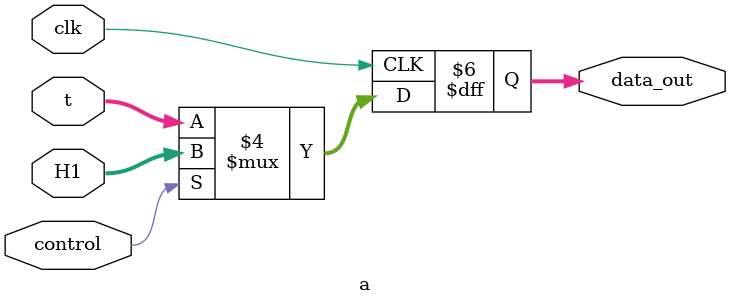
<source format=v>
`timescale 1ns / 1ps
module a(clk, data_out,control,H1,t);
output reg [31:0] data_out;
input control, clk;
input [31:0] H1,t;
	
always @ (negedge clk)
	begin
		if (control == 1)				//we are initializing from the intermediate hash value when counter = 0
			data_out = H1;				//update value of a 
		else
			data_out = t;
	end
	

endmodule

</source>
